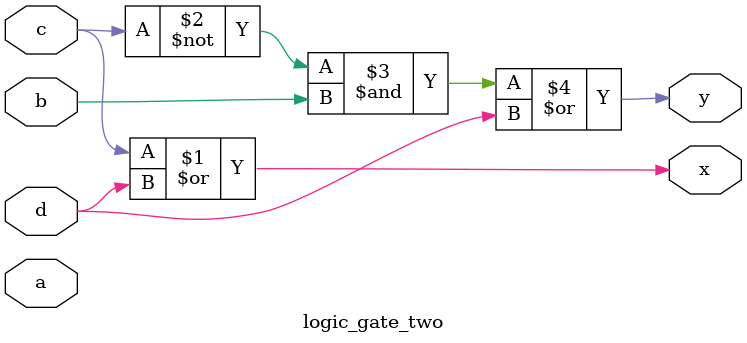
<source format=v>
`timescale 1ns / 1ps


module logic_gate_two(a,b,c,d,x,y);

input a,b,c,d;
output x,y;
wire x,y;

assign x=c|d;
assign y=(~c&b)|d;

endmodule

</source>
